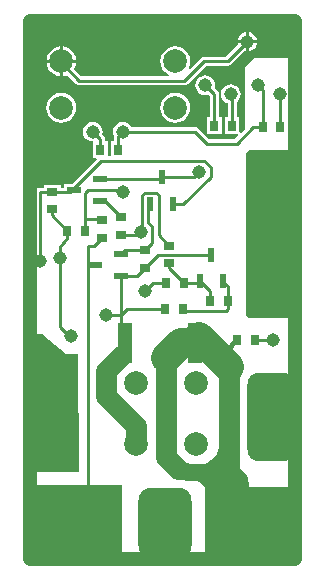
<source format=gbl>
%FSLAX25Y25*%
%MOIN*%
G70*
G01*
G75*
G04 Layer_Physical_Order=2*
G04 Layer_Color=16711680*
%ADD10R,0.06890X0.10433*%
%ADD11R,0.08504X0.08898*%
%ADD12R,0.06693X0.02953*%
%ADD13R,0.08268X0.03937*%
%ADD14O,0.08268X0.03937*%
%ADD15O,0.02362X0.07087*%
%ADD16O,0.02362X0.08268*%
%ADD17R,0.03543X0.02756*%
%ADD18C,0.01000*%
%ADD19C,0.05000*%
%ADD20C,0.07000*%
%ADD21C,0.02000*%
%ADD22R,0.29000X0.24000*%
%ADD23R,0.30500X0.24000*%
%ADD24C,0.04724*%
G04:AMPARAMS|DCode=25|XSize=137.8mil|YSize=236.22mil|CornerRadius=34.45mil|HoleSize=0mil|Usage=FLASHONLY|Rotation=0.000|XOffset=0mil|YOffset=0mil|HoleType=Round|Shape=RoundedRectangle|*
%AMROUNDEDRECTD25*
21,1,0.13780,0.16732,0,0,0.0*
21,1,0.06890,0.23622,0,0,0.0*
1,1,0.06890,0.03445,-0.08366*
1,1,0.06890,-0.03445,-0.08366*
1,1,0.06890,-0.03445,0.08366*
1,1,0.06890,0.03445,0.08366*
%
%ADD25ROUNDEDRECTD25*%
G04:AMPARAMS|DCode=26|XSize=177.16mil|YSize=236.22mil|CornerRadius=44.29mil|HoleSize=0mil|Usage=FLASHONLY|Rotation=0.000|XOffset=0mil|YOffset=0mil|HoleType=Round|Shape=RoundedRectangle|*
%AMROUNDEDRECTD26*
21,1,0.17716,0.14764,0,0,0.0*
21,1,0.08858,0.23622,0,0,0.0*
1,1,0.08858,0.04429,-0.07382*
1,1,0.08858,-0.04429,-0.07382*
1,1,0.08858,-0.04429,0.07382*
1,1,0.08858,0.04429,0.07382*
%
%ADD26ROUNDEDRECTD26*%
G04:AMPARAMS|DCode=27|XSize=374.02mil|YSize=157.48mil|CornerRadius=39.37mil|HoleSize=0mil|Usage=FLASHONLY|Rotation=90.000|XOffset=0mil|YOffset=0mil|HoleType=Round|Shape=RoundedRectangle|*
%AMROUNDEDRECTD27*
21,1,0.37402,0.07874,0,0,90.0*
21,1,0.29528,0.15748,0,0,90.0*
1,1,0.07874,0.03937,0.14764*
1,1,0.07874,0.03937,-0.14764*
1,1,0.07874,-0.03937,-0.14764*
1,1,0.07874,-0.03937,0.14764*
%
%ADD27ROUNDEDRECTD27*%
G04:AMPARAMS|DCode=28|XSize=295.28mil|YSize=157.48mil|CornerRadius=39.37mil|HoleSize=0mil|Usage=FLASHONLY|Rotation=90.000|XOffset=0mil|YOffset=0mil|HoleType=Round|Shape=RoundedRectangle|*
%AMROUNDEDRECTD28*
21,1,0.29528,0.07874,0,0,90.0*
21,1,0.21654,0.15748,0,0,90.0*
1,1,0.07874,0.03937,0.10827*
1,1,0.07874,0.03937,-0.10827*
1,1,0.07874,-0.03937,-0.10827*
1,1,0.07874,-0.03937,0.10827*
%
%ADD28ROUNDEDRECTD28*%
%ADD29C,0.07874*%
%ADD30C,0.04500*%
%ADD31R,0.03150X0.03543*%
%ADD32R,0.03543X0.03150*%
%ADD33R,0.04528X0.02362*%
%ADD34R,0.02362X0.04528*%
%ADD35R,0.02756X0.03543*%
%ADD36R,0.05118X0.13189*%
%ADD37C,0.01500*%
%ADD38C,0.10000*%
%ADD39C,0.05500*%
%ADD40R,0.31000X0.24500*%
%ADD41R,0.30000X0.24000*%
G36*
X63000Y30500D02*
X57500D01*
X58000Y31500D01*
X60500Y33000D01*
X62000Y34500D01*
X63000Y37000D01*
Y30500D01*
D02*
G37*
G36*
X88500Y80500D02*
X73000D01*
X72000Y81500D01*
Y135500D01*
X73000Y136500D01*
X88500D01*
Y80500D01*
D02*
G37*
G36*
Y167000D02*
X74656D01*
X71690Y164000D01*
Y143500D01*
X70293Y142087D01*
X69831Y142278D01*
Y147272D01*
X68982D01*
Y152425D01*
X69318Y152682D01*
X69839Y153361D01*
X70166Y154152D01*
X70278Y155000D01*
X70166Y155848D01*
X69839Y156639D01*
X69318Y157318D01*
X68639Y157839D01*
X67848Y158166D01*
X67000Y158278D01*
X66152Y158166D01*
X65361Y157839D01*
X64682Y157318D01*
X64161Y156639D01*
X63834Y155848D01*
X63722Y155000D01*
X63834Y154152D01*
X64161Y153361D01*
X64682Y152682D01*
X65361Y152161D01*
X65923Y151928D01*
Y147272D01*
X65075D01*
Y141728D01*
X69289D01*
X69482Y141267D01*
X68258Y140029D01*
X59633D01*
X56081Y143581D01*
X55585Y143913D01*
X55000Y144029D01*
X33884D01*
X33839Y144139D01*
X33318Y144818D01*
X32639Y145339D01*
X31848Y145666D01*
X31000Y145778D01*
X30152Y145666D01*
X29361Y145339D01*
X28682Y144818D01*
X28161Y144139D01*
X27834Y143348D01*
X27722Y142500D01*
X27834Y141652D01*
X27988Y141278D01*
X27924Y140953D01*
Y139272D01*
X27075D01*
Y134279D01*
X25925D01*
Y139272D01*
X25077D01*
Y139953D01*
X24960Y140538D01*
X24629Y141034D01*
X24121Y141542D01*
X24166Y141652D01*
X24278Y142500D01*
X24166Y143348D01*
X23839Y144139D01*
X23318Y144818D01*
X22639Y145339D01*
X21848Y145666D01*
X21000Y145778D01*
X20152Y145666D01*
X19361Y145339D01*
X18682Y144818D01*
X18161Y144139D01*
X17834Y143348D01*
X17722Y142500D01*
X17834Y141652D01*
X18161Y140861D01*
X18682Y140182D01*
X19361Y139661D01*
X20152Y139334D01*
X21000Y139222D01*
X21169Y139074D01*
Y133728D01*
X22035D01*
X22226Y133266D01*
X14141Y125181D01*
X11307D01*
Y123785D01*
X10272D01*
Y124831D01*
X4728D01*
Y123785D01*
X3256D01*
X2671Y123669D01*
X2175Y123337D01*
X1843Y122841D01*
X1727Y122256D01*
Y102236D01*
X1182Y101818D01*
X661Y101139D01*
X490Y100727D01*
X0Y100824D01*
Y179500D01*
X88500D01*
Y167000D01*
D02*
G37*
G36*
X72500Y28000D02*
X73000Y25000D01*
Y12000D01*
X60000D01*
Y21500D01*
X58500Y24000D01*
X54500Y27500D01*
X69000Y29000D01*
X69500Y31000D01*
X72500Y28000D01*
D02*
G37*
G36*
X52500Y26500D02*
X49500D01*
Y29000D01*
X52500D01*
Y26500D01*
D02*
G37*
G36*
X6500Y73000D02*
X12000Y68500D01*
X16000D01*
X16500Y29000D01*
X0D01*
Y75000D01*
X4000D01*
X6500Y73000D01*
D02*
G37*
%LPC*%
G36*
X48500Y155480D02*
X47211Y155310D01*
X46010Y154813D01*
X44979Y154021D01*
X44188Y152990D01*
X43690Y151789D01*
X43520Y150500D01*
X43690Y149211D01*
X44188Y148010D01*
X44979Y146979D01*
X46010Y146187D01*
X47211Y145690D01*
X48500Y145520D01*
X49789Y145690D01*
X50990Y146187D01*
X52021Y146979D01*
X52812Y148010D01*
X53310Y149211D01*
X53480Y150500D01*
X53310Y151789D01*
X52812Y152990D01*
X52021Y154021D01*
X50990Y154813D01*
X49789Y155310D01*
X48500Y155480D01*
D02*
G37*
G36*
X58500Y161278D02*
X57652Y161166D01*
X56861Y160839D01*
X56182Y160318D01*
X55661Y159639D01*
X55334Y158848D01*
X55222Y158000D01*
X55334Y157152D01*
X55661Y156361D01*
X56182Y155682D01*
X56861Y155161D01*
X57652Y154834D01*
X58500Y154722D01*
X59348Y154834D01*
X59458Y154879D01*
X60018Y154319D01*
Y147272D01*
X59169D01*
Y141728D01*
X63925D01*
Y147272D01*
X63077D01*
Y154953D01*
X62960Y155538D01*
X62629Y156034D01*
X61621Y157042D01*
X61666Y157152D01*
X61778Y158000D01*
X61666Y158848D01*
X61339Y159639D01*
X60818Y160318D01*
X60139Y160839D01*
X59348Y161166D01*
X58500Y161278D01*
D02*
G37*
G36*
X75712Y172000D02*
X73000D01*
Y169288D01*
X73348Y169334D01*
X74139Y169661D01*
X74818Y170182D01*
X75339Y170861D01*
X75666Y171652D01*
X75712Y172000D01*
D02*
G37*
G36*
X11000Y170914D02*
Y166500D01*
X15414D01*
X15310Y167289D01*
X14812Y168490D01*
X14021Y169521D01*
X12990Y170312D01*
X11789Y170810D01*
X11000Y170914D01*
D02*
G37*
G36*
X73000Y175712D02*
Y173000D01*
X75712D01*
X75666Y173348D01*
X75339Y174139D01*
X74818Y174818D01*
X74139Y175339D01*
X73348Y175666D01*
X73000Y175712D01*
D02*
G37*
G36*
X72000D02*
X71652Y175666D01*
X70861Y175339D01*
X70182Y174818D01*
X69661Y174139D01*
X69334Y173348D01*
X69288Y173000D01*
X72000D01*
Y175712D01*
D02*
G37*
G36*
X10000Y165500D02*
X5586D01*
X5690Y164711D01*
X6188Y163510D01*
X6979Y162479D01*
X8010Y161688D01*
X9211Y161190D01*
X10000Y161086D01*
Y165500D01*
D02*
G37*
G36*
X10500Y155480D02*
X9211Y155310D01*
X8010Y154813D01*
X6979Y154021D01*
X6188Y152990D01*
X5690Y151789D01*
X5520Y150500D01*
X5690Y149211D01*
X6188Y148010D01*
X6979Y146979D01*
X8010Y146187D01*
X9211Y145690D01*
X10500Y145520D01*
X11789Y145690D01*
X12990Y146187D01*
X14021Y146979D01*
X14812Y148010D01*
X15310Y149211D01*
X15480Y150500D01*
X15310Y151789D01*
X14812Y152990D01*
X14021Y154021D01*
X12990Y154813D01*
X11789Y155310D01*
X10500Y155480D01*
D02*
G37*
G36*
X10000Y170914D02*
X9211Y170810D01*
X8010Y170312D01*
X6979Y169521D01*
X6188Y168490D01*
X5690Y167289D01*
X5586Y166500D01*
X10000D01*
Y170914D01*
D02*
G37*
G36*
X72000Y172000D02*
X69288D01*
X69334Y171652D01*
X69379Y171542D01*
X65367Y167529D01*
X58000D01*
X57415Y167413D01*
X56919Y167081D01*
X53340Y163503D01*
X52925Y163781D01*
X53310Y164711D01*
X53480Y166000D01*
X53310Y167289D01*
X52812Y168490D01*
X52021Y169521D01*
X50990Y170312D01*
X49789Y170810D01*
X48500Y170980D01*
X47211Y170810D01*
X46010Y170312D01*
X44979Y169521D01*
X44188Y168490D01*
X43690Y167289D01*
X43520Y166000D01*
X43690Y164711D01*
X44188Y163510D01*
X44979Y162479D01*
X46010Y161688D01*
X46415Y161520D01*
X46318Y161029D01*
X17133D01*
X14743Y163420D01*
X14812Y163510D01*
X15310Y164711D01*
X15414Y165500D01*
X11000D01*
Y161086D01*
X11789Y161190D01*
X12396Y161441D01*
X15419Y158419D01*
X15915Y158087D01*
X16500Y157971D01*
X51500D01*
X52085Y158087D01*
X52581Y158419D01*
X58634Y164471D01*
X66000D01*
X66585Y164587D01*
X67081Y164919D01*
X71542Y169379D01*
X71652Y169334D01*
X72000Y169288D01*
Y172000D01*
D02*
G37*
%LPD*%
D17*
X46500Y98547D02*
D03*
Y104453D02*
D03*
X24000Y107047D02*
D03*
Y112953D02*
D03*
X38500Y97047D02*
D03*
Y102953D02*
D03*
X30500Y113953D02*
D03*
Y108047D02*
D03*
D18*
X3256Y99500D02*
Y122256D01*
X10000Y100500D02*
Y104000D01*
Y77500D02*
Y100500D01*
X19500Y18000D02*
Y104274D01*
X10000Y104000D02*
X12547Y107047D01*
X36047Y108047D02*
X37000Y109000D01*
X19500Y104274D02*
X21226D01*
X64000Y28500D02*
X66413D01*
X41000Y92000D02*
X45547D01*
X38500Y89500D02*
X41000Y92000D01*
X46500Y96953D02*
Y98547D01*
Y96953D02*
X50882Y92571D01*
X51453Y92000D02*
X56189D01*
X56760Y92571D01*
X60047Y89283D01*
Y86000D02*
Y89283D01*
X43953Y127217D02*
X54717D01*
X56500Y129000D01*
X23429Y126740D02*
X43476D01*
X43953Y127217D01*
X39500Y112195D02*
X40797Y110898D01*
X38500Y102953D02*
X40797Y105250D01*
X39500Y112195D02*
Y117646D01*
X40213Y118358D01*
X42894Y108059D02*
X46500Y104453D01*
X42894Y108059D02*
Y121243D01*
X42015Y122122D02*
X42894Y121243D01*
X38410Y122122D02*
X42015D01*
X37500Y121212D02*
X38410Y122122D01*
X37500Y109500D02*
Y121212D01*
X60250Y127447D02*
Y130553D01*
X58053Y132750D02*
X60250Y130553D01*
X47693Y118358D02*
X51162D01*
X60250Y127447D01*
X23873Y132750D02*
X58053D01*
X7500Y122256D02*
X13379D01*
X3256D02*
X7500D01*
Y114547D02*
Y116744D01*
Y114547D02*
X12547Y109500D01*
Y107047D02*
Y109500D01*
X13379Y122256D02*
X23873Y132750D01*
X13018Y74482D02*
X13750D01*
X10000Y77500D02*
X13018Y74482D01*
X25500Y81500D02*
X29929D01*
X32429Y83500D02*
X45047D01*
X30429Y81500D02*
X32429Y83500D01*
X30429Y76000D02*
Y81500D01*
X50953Y83500D02*
X51724Y82728D01*
X64240Y92571D02*
X65953Y90858D01*
Y83453D02*
Y86000D01*
Y90858D01*
X51724Y82728D02*
X65228D01*
X65953Y83453D01*
X25193Y119260D02*
X30500Y113953D01*
X23429Y119260D02*
X25193D01*
X18453Y109500D02*
Y113453D01*
X23500D01*
X24000Y112953D01*
X18453Y113453D02*
Y121953D01*
X19500Y123000D01*
X30500D01*
X31000Y122500D01*
X21000Y142500D02*
X23547Y139953D01*
Y136500D02*
Y139953D01*
X29453Y136500D02*
Y140953D01*
X31000Y142500D01*
X74500Y144000D02*
X77744D01*
X69000Y138500D02*
X74500Y144000D01*
X59000Y138500D02*
X69000D01*
X55000Y142500D02*
X59000Y138500D01*
X31000Y142500D02*
X55000D01*
X83256Y144000D02*
Y154756D01*
X83500Y155000D01*
X76000Y158000D02*
X77744Y156256D01*
Y144000D02*
Y156256D01*
X67453Y144500D02*
Y154547D01*
X67000Y155000D02*
X67453Y154547D01*
X58500Y158000D02*
X61547Y154953D01*
Y144500D02*
Y154953D01*
X10000Y166000D02*
X16500Y159500D01*
X51500D01*
X58000Y166000D01*
X66000D01*
X40797Y105250D02*
Y110898D01*
X38500Y97047D02*
X42882Y101429D01*
X60500D01*
X30500Y108047D02*
X36047D01*
X37000Y109000D02*
X37500Y109500D01*
X66000Y166000D02*
X72500Y172500D01*
X30429Y81500D02*
Y94260D01*
X21226Y104274D02*
X24000Y107047D01*
X31642Y102953D02*
X38500D01*
X30429Y101740D02*
X31642Y102953D01*
X35713Y94260D02*
X38500Y97047D01*
X30429Y94260D02*
X35713D01*
X74953Y73500D02*
X75453Y73000D01*
X81000D01*
D20*
X45500Y34000D02*
X49500Y30000D01*
X45500Y34000D02*
Y67000D01*
X66413Y29000D02*
Y64087D01*
Y18000D02*
Y28500D01*
X25524Y54423D02*
X35461Y44486D01*
Y38461D02*
Y44486D01*
X25524Y62655D02*
X30434Y67566D01*
X25524Y54423D02*
Y62655D01*
D24*
X0Y0D02*
Y179500D01*
Y0D02*
X88500D01*
X0Y179500D02*
X88500D01*
Y0D02*
Y179500D01*
D25*
X66413Y12094D02*
D03*
X23500D02*
D03*
D26*
X44957D02*
D03*
D27*
X80000Y104500D02*
D03*
D28*
X8000Y48000D02*
D03*
X80500Y47500D02*
D03*
D29*
X35461Y58539D02*
D03*
X55539D02*
D03*
X35461Y38461D02*
D03*
X55539D02*
D03*
X10500Y150500D02*
D03*
Y166000D02*
D03*
X48500Y150500D02*
D03*
X48500Y166000D02*
D03*
D30*
X10000Y100500D02*
D03*
X38500Y89500D02*
D03*
X56500Y129000D02*
D03*
X3500Y99500D02*
D03*
X13750Y74482D02*
D03*
X25500Y81500D02*
D03*
X81000Y73000D02*
D03*
X31000Y122500D02*
D03*
X21000Y142500D02*
D03*
X31000D02*
D03*
X83500Y155000D02*
D03*
X76000Y158000D02*
D03*
X67000Y155000D02*
D03*
X58500Y158000D02*
D03*
X72500Y172500D02*
D03*
X37000Y109000D02*
D03*
D31*
X83256Y144000D02*
D03*
X77744D02*
D03*
D32*
X7500Y116744D02*
D03*
Y122256D02*
D03*
D33*
X21571Y98000D02*
D03*
X30429Y94260D02*
D03*
Y101740D02*
D03*
X14571Y123000D02*
D03*
X23429Y119260D02*
D03*
Y126740D02*
D03*
D34*
X43953Y127217D02*
D03*
X40213Y118358D02*
D03*
X47693D02*
D03*
X60500Y101429D02*
D03*
X56760Y92571D02*
D03*
X64240D02*
D03*
D35*
X29453Y136500D02*
D03*
X23547D02*
D03*
X61547Y144500D02*
D03*
X67453D02*
D03*
X12547Y109500D02*
D03*
X18453D02*
D03*
X65953Y86000D02*
D03*
X60047D02*
D03*
X45047Y83500D02*
D03*
X50953D02*
D03*
X45547Y92000D02*
D03*
X51453D02*
D03*
X69047Y73000D02*
D03*
X74953D02*
D03*
D36*
X55213Y72000D02*
D03*
X31787D02*
D03*
D37*
X68803Y73198D02*
X69047Y73500D01*
X65000Y68500D02*
X68803Y73198D01*
D38*
X56500Y74000D02*
X66413Y64087D01*
X45500Y67000D02*
X50500Y72000D01*
X55213D01*
D39*
X52000Y29500D02*
X52500Y29000D01*
X63500D01*
X64000Y28500D01*
D40*
X15500Y12250D02*
D03*
D41*
X73500Y12000D02*
D03*
M02*

</source>
